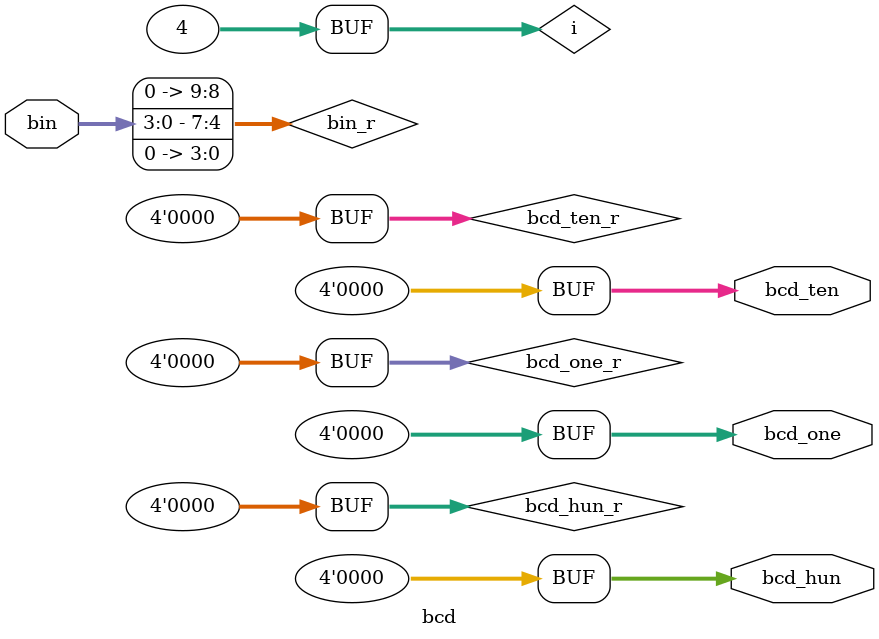
<source format=v>
module bcd # (parameter integer BW = 4) (
    bin,
    bcd_hun,
    bcd_ten,
    bcd_one
);

input [BW-1:0] bin;
output [3:0] bcd_hun;
output [3:0] bcd_ten;
output [3:0] bcd_one;

assign bcd_hun = bcd_hun_r;
assign bcd_ten = bcd_ten_r;
assign bcd_one = bcd_one_r;

reg [9:0] bin_r;
reg [3:0] bcd_hun_r;
reg [3:0] bcd_ten_r;
reg [3:0] bcd_one_r;

integer i;

always @(bin) begin
    init_all;
    for (i = 0; i < BW; i = i + 1) begin
        check_all;
        shift_all;
    end
end

task init_all;
    begin
        bin_r = bin;
        bcd_hun_r = 0;
        bcd_ten_r = 0;
        bcd_one_r = 0;
    end
endtask

task shift_all;
    {bcd_hun_r, bcd_ten_r, bcd_one_r, bin_r} = {bcd_hun_r, bcd_ten_r, bcd_one_r, bin_r} << 1;
endtask 

task check_all;
    begin
        if (bcd_one_r > 4) begin
            bcd_one_r = bcd_one_r + 3;
        end
        if (bcd_ten_r > 4) begin
            bcd_ten_r = bcd_ten_r + 3;
        end
        if (bcd_hun_r > 4) begin
            bcd_hun_r = bcd_hun_r + 3;
        end
    end
endtask
    
endmodule 

</source>
